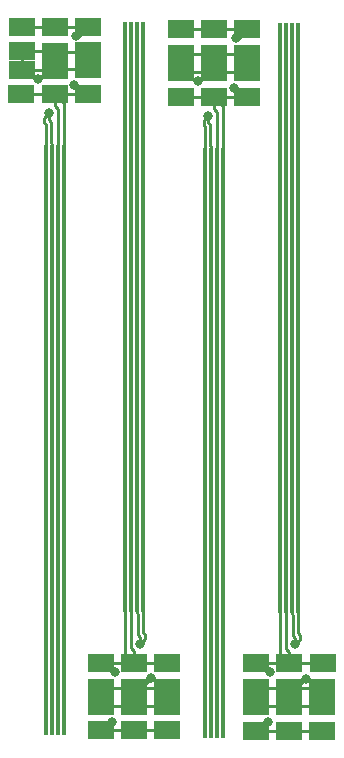
<source format=gbr>
G04 #@! TF.GenerationSoftware,KiCad,Pcbnew,(5.1.5)-3*
G04 #@! TF.CreationDate,2021-03-18T13:28:47-04:00*
G04 #@! TF.ProjectId,LED_Harness_3x2_GREEN,4c45445f-4861-4726-9e65-73735f337832,rev?*
G04 #@! TF.SameCoordinates,Original*
G04 #@! TF.FileFunction,Copper,L1,Top*
G04 #@! TF.FilePolarity,Positive*
%FSLAX46Y46*%
G04 Gerber Fmt 4.6, Leading zero omitted, Abs format (unit mm)*
G04 Created by KiCad (PCBNEW (5.1.5)-3) date 2021-03-18 13:28:47*
%MOMM*%
%LPD*%
G04 APERTURE LIST*
%ADD10R,0.300000X50.000000*%
%ADD11R,2.250000X1.500000*%
%ADD12C,0.800000*%
%ADD13C,0.250000*%
G04 APERTURE END LIST*
D10*
X147726780Y-104546400D03*
X148226780Y-104546400D03*
X148726780Y-104546400D03*
X149226780Y-104546400D03*
D11*
X145671540Y-133837680D03*
X145656300Y-135935720D03*
X151290020Y-133835140D03*
X151274780Y-135933180D03*
X148468080Y-135930640D03*
X148483320Y-133832600D03*
X151277320Y-137462260D03*
X151262080Y-139560300D03*
X148454110Y-139555220D03*
X148469350Y-137457180D03*
X145658840Y-137462260D03*
X145643600Y-139560300D03*
X144917160Y-82222340D03*
X144932400Y-80124300D03*
X144904460Y-85846920D03*
X144919700Y-83748880D03*
D10*
X142849220Y-115138200D03*
X142349220Y-115138200D03*
X141849220Y-115138200D03*
X141349220Y-115138200D03*
D11*
X139285980Y-85849460D03*
X139301220Y-83751420D03*
X142107920Y-83753960D03*
X142092680Y-85852000D03*
X142121890Y-80129380D03*
X142106650Y-82227420D03*
X139298680Y-82222340D03*
X139313920Y-80124300D03*
X135337550Y-137406380D03*
X135322310Y-139504420D03*
X135351520Y-133781800D03*
X135336280Y-135879840D03*
X132511800Y-139509500D03*
X132527040Y-137411460D03*
X138130280Y-139509500D03*
X138145520Y-137411460D03*
X132524500Y-135884920D03*
X132539740Y-133786880D03*
D10*
X136094980Y-104495600D03*
X135594980Y-104495600D03*
X135094980Y-104495600D03*
X134594980Y-104495600D03*
D11*
X138142980Y-135882380D03*
X138158220Y-133784340D03*
D10*
X129361820Y-114935000D03*
X128861820Y-114935000D03*
X128361820Y-114935000D03*
X127861820Y-114935000D03*
D11*
X125811280Y-82019140D03*
X125826520Y-79921100D03*
X128634490Y-79926180D03*
X128619250Y-82024220D03*
X131429760Y-82019140D03*
X131445000Y-79921100D03*
X125798580Y-85646260D03*
X125813820Y-83548220D03*
X128620520Y-83550760D03*
X128605280Y-85648800D03*
X131417060Y-85643720D03*
X131432300Y-83545680D03*
D12*
X127228262Y-84354292D03*
X128136820Y-87264807D03*
X136728538Y-135076308D03*
X135819980Y-132165793D03*
X141624220Y-87468007D03*
X140715662Y-84557492D03*
X149860338Y-135127108D03*
X148951780Y-132216593D03*
X130274763Y-84894799D03*
X130454400Y-80669138D03*
X133682037Y-134535801D03*
X133502400Y-138761462D03*
X143941800Y-80872338D03*
X143762163Y-85097999D03*
X146634200Y-138812262D03*
X146813837Y-134586601D03*
D13*
X131432300Y-82021680D02*
X131429760Y-82019140D01*
X131432300Y-83545680D02*
X131432300Y-82021680D01*
X128620520Y-82025490D02*
X128619250Y-82024220D01*
X128620520Y-83550760D02*
X128620520Y-82025490D01*
X125813820Y-82021680D02*
X125811280Y-82019140D01*
X125813820Y-83548220D02*
X125813820Y-82021680D01*
X128614170Y-82019140D02*
X128619250Y-82024220D01*
X125811280Y-82019140D02*
X128614170Y-82019140D01*
X131424680Y-82024220D02*
X131429760Y-82019140D01*
X128619250Y-82024220D02*
X131424680Y-82024220D01*
X128625600Y-83545680D02*
X128620520Y-83550760D01*
X131432300Y-83545680D02*
X128625600Y-83545680D01*
X125816360Y-83550760D02*
X125813820Y-83548220D01*
X128620520Y-83550760D02*
X125816360Y-83550760D01*
X128620520Y-83550760D02*
X128031794Y-83550760D01*
X128031794Y-83550760D02*
X127228262Y-84354292D01*
X128136820Y-87830492D02*
X128307168Y-88000840D01*
X128136820Y-87264807D02*
X128136820Y-87830492D01*
X128361820Y-89837640D02*
X128361820Y-114935000D01*
X128307168Y-89782988D02*
X128361820Y-89837640D01*
X128307168Y-88000840D02*
X128307168Y-89782988D01*
X127736821Y-87664806D02*
X127736821Y-88069641D01*
X128136820Y-87264807D02*
X127736821Y-87664806D01*
X127861820Y-88194640D02*
X127861820Y-114935000D01*
X127736821Y-88069641D02*
X127861820Y-88194640D01*
X132524500Y-135884920D02*
X132524500Y-137408920D01*
X135336280Y-137405110D02*
X135337550Y-137406380D01*
X138142980Y-137408920D02*
X138145520Y-137411460D01*
X132532120Y-137406380D02*
X132527040Y-137411460D01*
X138140440Y-135879840D02*
X138142980Y-135882380D01*
X132524500Y-135884920D02*
X135331200Y-135884920D01*
X135336280Y-135879840D02*
X138140440Y-135879840D01*
X135342630Y-137411460D02*
X135337550Y-137406380D01*
X135336280Y-135879840D02*
X135336280Y-137405110D01*
X135925006Y-135879840D02*
X136728538Y-135076308D01*
X138145520Y-137411460D02*
X135342630Y-137411460D01*
X135819980Y-131600108D02*
X135649632Y-131429760D01*
X135331200Y-135884920D02*
X135336280Y-135879840D01*
X135819980Y-132165793D02*
X135819980Y-131600108D01*
X135594980Y-129592960D02*
X135594980Y-104495600D01*
X135649632Y-129647612D02*
X135594980Y-129592960D01*
X135649632Y-131429760D02*
X135649632Y-129647612D01*
X135336280Y-135879840D02*
X135925006Y-135879840D01*
X135337550Y-137406380D02*
X132532120Y-137406380D01*
X136219979Y-131765794D02*
X136219979Y-131360959D01*
X132524500Y-137408920D02*
X132527040Y-137411460D01*
X138142980Y-135882380D02*
X138142980Y-137408920D01*
X136094980Y-131235960D02*
X136094980Y-104495600D01*
X136219979Y-131360959D02*
X136094980Y-131235960D01*
X135819980Y-132165793D02*
X136219979Y-131765794D01*
X141794568Y-88204040D02*
X141794568Y-89986188D01*
X141794568Y-89986188D02*
X141849220Y-90040840D01*
X139301220Y-83751420D02*
X139301220Y-82224880D01*
X144912080Y-82227420D02*
X144917160Y-82222340D01*
X139298680Y-82222340D02*
X142101570Y-82222340D01*
X144919700Y-83748880D02*
X144919700Y-82224880D01*
X141624220Y-87468007D02*
X141624220Y-88033692D01*
X142107920Y-82228690D02*
X142106650Y-82227420D01*
X141849220Y-90040840D02*
X141849220Y-115138200D01*
X142113000Y-83748880D02*
X142107920Y-83753960D01*
X142106650Y-82227420D02*
X144912080Y-82227420D01*
X141624220Y-88033692D02*
X141794568Y-88204040D01*
X139301220Y-82224880D02*
X139298680Y-82222340D01*
X141349220Y-88397840D02*
X141349220Y-115138200D01*
X139303760Y-83753960D02*
X139301220Y-83751420D01*
X142107920Y-83753960D02*
X142107920Y-82228690D01*
X144919700Y-83748880D02*
X142113000Y-83748880D01*
X142101570Y-82222340D02*
X142106650Y-82227420D01*
X141519194Y-83753960D02*
X140715662Y-84557492D01*
X142107920Y-83753960D02*
X141519194Y-83753960D01*
X141224221Y-87868006D02*
X141224221Y-88272841D01*
X142107920Y-83753960D02*
X139303760Y-83753960D01*
X144919700Y-82224880D02*
X144917160Y-82222340D01*
X141624220Y-87468007D02*
X141224221Y-87868006D01*
X141224221Y-88272841D02*
X141349220Y-88397840D01*
X149226780Y-131286760D02*
X149226780Y-104546400D01*
X148469350Y-137457180D02*
X145663920Y-137457180D01*
X148781432Y-129698412D02*
X148726780Y-129643760D01*
X151274780Y-135933180D02*
X151274780Y-137459720D01*
X145663920Y-137457180D02*
X145658840Y-137462260D01*
X145656300Y-135935720D02*
X145656300Y-137459720D01*
X148951780Y-132216593D02*
X148951780Y-131650908D01*
X148726780Y-129643760D02*
X148726780Y-104546400D01*
X148781432Y-131480560D02*
X148781432Y-129698412D01*
X151277320Y-137462260D02*
X148474430Y-137462260D01*
X148468080Y-137455910D02*
X148469350Y-137457180D01*
X148463000Y-135935720D02*
X148468080Y-135930640D01*
X148951780Y-131650908D02*
X148781432Y-131480560D01*
X151274780Y-137459720D02*
X151277320Y-137462260D01*
X151272240Y-135930640D02*
X151274780Y-135933180D01*
X148474430Y-137462260D02*
X148469350Y-137457180D01*
X145656300Y-135935720D02*
X148463000Y-135935720D01*
X148468080Y-135930640D02*
X148468080Y-137455910D01*
X149351779Y-131816594D02*
X149351779Y-131411759D01*
X148468080Y-135930640D02*
X149056806Y-135930640D01*
X149056806Y-135930640D02*
X149860338Y-135127108D01*
X149351779Y-131411759D02*
X149226780Y-131286760D01*
X145656300Y-137459720D02*
X145658840Y-137462260D01*
X148468080Y-135930640D02*
X151272240Y-135930640D01*
X148951780Y-132216593D02*
X149351779Y-131816594D01*
X128629410Y-79921100D02*
X128634490Y-79926180D01*
X125826520Y-79921100D02*
X128629410Y-79921100D01*
X131439920Y-79926180D02*
X131445000Y-79921100D01*
X128634490Y-79926180D02*
X131439920Y-79926180D01*
X128602740Y-85646260D02*
X128605280Y-85648800D01*
X125798580Y-85646260D02*
X128602740Y-85646260D01*
X128610360Y-85643720D02*
X128605280Y-85648800D01*
X131417060Y-85643720D02*
X128610360Y-85643720D01*
X128861820Y-89685000D02*
X128861820Y-114935000D01*
X128861820Y-86905340D02*
X128861820Y-89685000D01*
X128605280Y-86648800D02*
X128861820Y-86905340D01*
X128605280Y-85648800D02*
X128605280Y-86648800D01*
X129361820Y-86405340D02*
X128605280Y-85648800D01*
X129361820Y-114935000D02*
X129361820Y-86405340D01*
X131417060Y-85643720D02*
X131023684Y-85643720D01*
X131023684Y-85643720D02*
X130274763Y-84894799D01*
X130696962Y-80669138D02*
X131445000Y-79921100D01*
X130454400Y-80669138D02*
X130696962Y-80669138D01*
X135327390Y-139509500D02*
X135322310Y-139504420D01*
X135322310Y-139504420D02*
X132516880Y-139504420D01*
X135354060Y-133784340D02*
X135351520Y-133781800D01*
X132539740Y-133786880D02*
X135346440Y-133786880D01*
X135351520Y-133781800D02*
X135351520Y-132781800D01*
X135094980Y-132525260D02*
X135094980Y-129745600D01*
X134594980Y-133025260D02*
X135351520Y-133781800D01*
X132516880Y-139504420D02*
X132511800Y-139509500D01*
X133259838Y-138761462D02*
X132511800Y-139509500D01*
X138158220Y-133784340D02*
X135354060Y-133784340D01*
X135346440Y-133786880D02*
X135351520Y-133781800D01*
X134594980Y-104495600D02*
X134594980Y-133025260D01*
X132539740Y-133786880D02*
X132933116Y-133786880D01*
X135351520Y-132781800D02*
X135094980Y-132525260D01*
X132933116Y-133786880D02*
X133682037Y-134535801D01*
X133502400Y-138761462D02*
X133259838Y-138761462D01*
X135094980Y-129745600D02*
X135094980Y-104495600D01*
X138130280Y-139509500D02*
X135327390Y-139509500D01*
X142090140Y-85849460D02*
X142092680Y-85852000D01*
X144904460Y-85846920D02*
X142097760Y-85846920D01*
X144927320Y-80129380D02*
X144932400Y-80124300D01*
X144184362Y-80872338D02*
X144932400Y-80124300D01*
X142116810Y-80124300D02*
X142121890Y-80129380D01*
X142349220Y-87108540D02*
X142349220Y-89888200D01*
X139285980Y-85849460D02*
X142090140Y-85849460D01*
X142097760Y-85846920D02*
X142092680Y-85852000D01*
X142849220Y-115138200D02*
X142849220Y-86608540D01*
X142121890Y-80129380D02*
X144927320Y-80129380D01*
X142092680Y-85852000D02*
X142092680Y-86852000D01*
X142849220Y-86608540D02*
X142092680Y-85852000D01*
X144904460Y-85846920D02*
X144511084Y-85846920D01*
X142092680Y-86852000D02*
X142349220Y-87108540D01*
X143941800Y-80872338D02*
X144184362Y-80872338D01*
X139313920Y-80124300D02*
X142116810Y-80124300D01*
X142349220Y-89888200D02*
X142349220Y-115138200D01*
X144511084Y-85846920D02*
X143762163Y-85097999D01*
X145671540Y-133837680D02*
X148478240Y-133837680D01*
X148226780Y-132576060D02*
X148226780Y-129796400D01*
X145648680Y-139555220D02*
X145643600Y-139560300D01*
X146391638Y-138812262D02*
X145643600Y-139560300D01*
X148485860Y-133835140D02*
X148483320Y-133832600D01*
X148459190Y-139560300D02*
X148454110Y-139555220D01*
X148454110Y-139555220D02*
X145648680Y-139555220D01*
X146064916Y-133837680D02*
X146813837Y-134586601D01*
X148483320Y-133832600D02*
X148483320Y-132832600D01*
X148483320Y-132832600D02*
X148226780Y-132576060D01*
X151262080Y-139560300D02*
X148459190Y-139560300D01*
X147726780Y-133076060D02*
X148483320Y-133832600D01*
X151290020Y-133835140D02*
X148485860Y-133835140D01*
X146634200Y-138812262D02*
X146391638Y-138812262D01*
X145671540Y-133837680D02*
X146064916Y-133837680D01*
X148478240Y-133837680D02*
X148483320Y-133832600D01*
X148226780Y-129796400D02*
X148226780Y-104546400D01*
X147726780Y-104546400D02*
X147726780Y-133076060D01*
M02*

</source>
